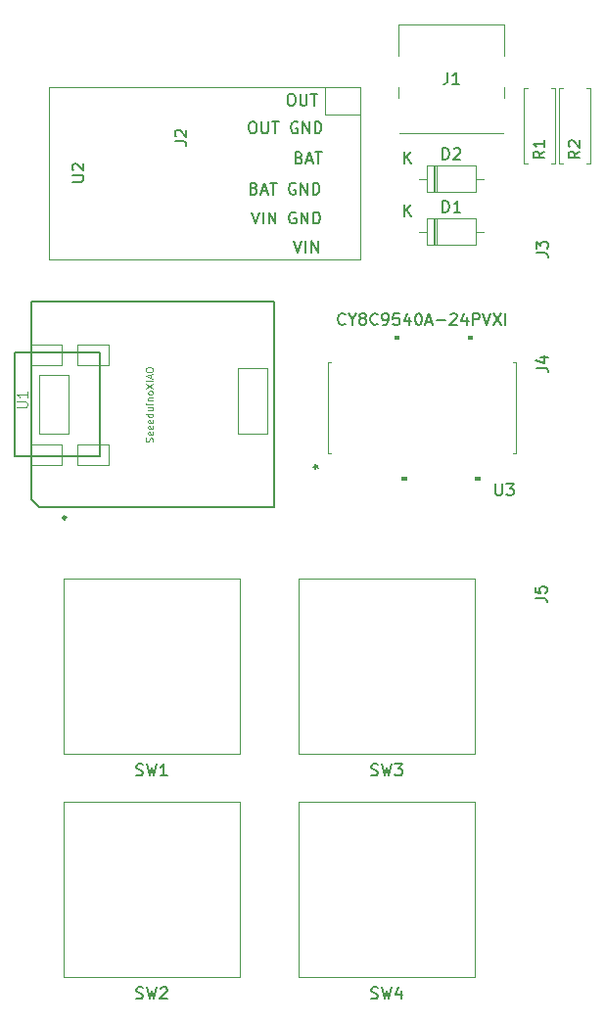
<source format=gbr>
%TF.GenerationSoftware,KiCad,Pcbnew,(6.0.1)*%
%TF.CreationDate,2022-02-21T12:46:14-05:00*%
%TF.ProjectId,InductorSchem,496e6475-6374-46f7-9253-6368656d2e6b,1*%
%TF.SameCoordinates,Original*%
%TF.FileFunction,Legend,Top*%
%TF.FilePolarity,Positive*%
%FSLAX46Y46*%
G04 Gerber Fmt 4.6, Leading zero omitted, Abs format (unit mm)*
G04 Created by KiCad (PCBNEW (6.0.1)) date 2022-02-21 12:46:14*
%MOMM*%
%LPD*%
G01*
G04 APERTURE LIST*
%ADD10C,0.150000*%
%ADD11C,0.101600*%
%ADD12C,0.076200*%
%ADD13C,0.120000*%
%ADD14C,0.066040*%
%ADD15C,0.127000*%
%ADD16C,0.254000*%
%ADD17C,0.100000*%
G04 APERTURE END LIST*
D10*
%TO.C,U2*%
X124686380Y-65788821D02*
X125495904Y-65788821D01*
X125591142Y-65741202D01*
X125638761Y-65693583D01*
X125686380Y-65598345D01*
X125686380Y-65407869D01*
X125638761Y-65312631D01*
X125591142Y-65265012D01*
X125495904Y-65217393D01*
X124686380Y-65217393D01*
X124781619Y-64788821D02*
X124734000Y-64741202D01*
X124686380Y-64645964D01*
X124686380Y-64407869D01*
X124734000Y-64312631D01*
X124781619Y-64265012D01*
X124876857Y-64217393D01*
X124972095Y-64217393D01*
X125114952Y-64265012D01*
X125686380Y-64836440D01*
X125686380Y-64217393D01*
X140421512Y-66365825D02*
X140564370Y-66413444D01*
X140611989Y-66461063D01*
X140659608Y-66556301D01*
X140659608Y-66699158D01*
X140611989Y-66794396D01*
X140564370Y-66842015D01*
X140469131Y-66889634D01*
X140088179Y-66889634D01*
X140088179Y-65889634D01*
X140421512Y-65889634D01*
X140516750Y-65937254D01*
X140564370Y-65984873D01*
X140611989Y-66080111D01*
X140611989Y-66175349D01*
X140564370Y-66270587D01*
X140516750Y-66318206D01*
X140421512Y-66365825D01*
X140088179Y-66365825D01*
X141040560Y-66603920D02*
X141516750Y-66603920D01*
X140945322Y-66889634D02*
X141278655Y-65889634D01*
X141611989Y-66889634D01*
X141802465Y-65889634D02*
X142373893Y-65889634D01*
X142088179Y-66889634D02*
X142088179Y-65889634D01*
X143992941Y-65937254D02*
X143897703Y-65889634D01*
X143754846Y-65889634D01*
X143611989Y-65937254D01*
X143516750Y-66032492D01*
X143469131Y-66127730D01*
X143421512Y-66318206D01*
X143421512Y-66461063D01*
X143469131Y-66651539D01*
X143516750Y-66746777D01*
X143611989Y-66842015D01*
X143754846Y-66889634D01*
X143850084Y-66889634D01*
X143992941Y-66842015D01*
X144040560Y-66794396D01*
X144040560Y-66461063D01*
X143850084Y-66461063D01*
X144469131Y-66889634D02*
X144469131Y-65889634D01*
X145040560Y-66889634D01*
X145040560Y-65889634D01*
X145516750Y-66889634D02*
X145516750Y-65889634D01*
X145754846Y-65889634D01*
X145897703Y-65937254D01*
X145992941Y-66032492D01*
X146040560Y-66127730D01*
X146088179Y-66318206D01*
X146088179Y-66461063D01*
X146040560Y-66651539D01*
X145992941Y-66746777D01*
X145897703Y-66842015D01*
X145754846Y-66889634D01*
X145516750Y-66889634D01*
X143546617Y-58190437D02*
X143737093Y-58190437D01*
X143832331Y-58238057D01*
X143927569Y-58333295D01*
X143975188Y-58523771D01*
X143975188Y-58857104D01*
X143927569Y-59047580D01*
X143832331Y-59142818D01*
X143737093Y-59190437D01*
X143546617Y-59190437D01*
X143451378Y-59142818D01*
X143356140Y-59047580D01*
X143308521Y-58857104D01*
X143308521Y-58523771D01*
X143356140Y-58333295D01*
X143451378Y-58238057D01*
X143546617Y-58190437D01*
X144403759Y-58190437D02*
X144403759Y-58999961D01*
X144451378Y-59095199D01*
X144498997Y-59142818D01*
X144594236Y-59190437D01*
X144784712Y-59190437D01*
X144879950Y-59142818D01*
X144927569Y-59095199D01*
X144975188Y-58999961D01*
X144975188Y-58190437D01*
X145308521Y-58190437D02*
X145879950Y-58190437D01*
X145594236Y-59190437D02*
X145594236Y-58190437D01*
X144312213Y-63703547D02*
X144455070Y-63751166D01*
X144502689Y-63798785D01*
X144550309Y-63894023D01*
X144550309Y-64036880D01*
X144502689Y-64132118D01*
X144455070Y-64179737D01*
X144359832Y-64227356D01*
X143978880Y-64227356D01*
X143978880Y-63227356D01*
X144312213Y-63227356D01*
X144407451Y-63274976D01*
X144455070Y-63322595D01*
X144502689Y-63417833D01*
X144502689Y-63513071D01*
X144455070Y-63608309D01*
X144407451Y-63655928D01*
X144312213Y-63703547D01*
X143978880Y-63703547D01*
X144931261Y-63941642D02*
X145407451Y-63941642D01*
X144836023Y-64227356D02*
X145169356Y-63227356D01*
X145502689Y-64227356D01*
X145693166Y-63227356D02*
X146264594Y-63227356D01*
X145978880Y-64227356D02*
X145978880Y-63227356D01*
X140215477Y-68408093D02*
X140548810Y-69408093D01*
X140882143Y-68408093D01*
X141215477Y-69408093D02*
X141215477Y-68408093D01*
X141691667Y-69408093D02*
X141691667Y-68408093D01*
X142263096Y-69408093D01*
X142263096Y-68408093D01*
X144025000Y-68455713D02*
X143929762Y-68408093D01*
X143786905Y-68408093D01*
X143644048Y-68455713D01*
X143548810Y-68550951D01*
X143501191Y-68646189D01*
X143453572Y-68836665D01*
X143453572Y-68979522D01*
X143501191Y-69169998D01*
X143548810Y-69265236D01*
X143644048Y-69360474D01*
X143786905Y-69408093D01*
X143882143Y-69408093D01*
X144025000Y-69360474D01*
X144072619Y-69312855D01*
X144072619Y-68979522D01*
X143882143Y-68979522D01*
X144501191Y-69408093D02*
X144501191Y-68408093D01*
X145072619Y-69408093D01*
X145072619Y-68408093D01*
X145548810Y-69408093D02*
X145548810Y-68408093D01*
X145786905Y-68408093D01*
X145929762Y-68455713D01*
X146025000Y-68550951D01*
X146072619Y-68646189D01*
X146120238Y-68836665D01*
X146120238Y-68979522D01*
X146072619Y-69169998D01*
X146025000Y-69265236D01*
X145929762Y-69360474D01*
X145786905Y-69408093D01*
X145548810Y-69408093D01*
X143883160Y-70926552D02*
X144216494Y-71926552D01*
X144549827Y-70926552D01*
X144883160Y-71926552D02*
X144883160Y-70926552D01*
X145359351Y-71926552D02*
X145359351Y-70926552D01*
X145930779Y-71926552D01*
X145930779Y-70926552D01*
X140209977Y-60600870D02*
X140400453Y-60600870D01*
X140495691Y-60648490D01*
X140590929Y-60743728D01*
X140638548Y-60934204D01*
X140638548Y-61267537D01*
X140590929Y-61458013D01*
X140495691Y-61553251D01*
X140400453Y-61600870D01*
X140209977Y-61600870D01*
X140114739Y-61553251D01*
X140019500Y-61458013D01*
X139971881Y-61267537D01*
X139971881Y-60934204D01*
X140019500Y-60743728D01*
X140114739Y-60648490D01*
X140209977Y-60600870D01*
X141067119Y-60600870D02*
X141067119Y-61410394D01*
X141114739Y-61505632D01*
X141162358Y-61553251D01*
X141257596Y-61600870D01*
X141448072Y-61600870D01*
X141543310Y-61553251D01*
X141590929Y-61505632D01*
X141638548Y-61410394D01*
X141638548Y-60600870D01*
X141971881Y-60600870D02*
X142543310Y-60600870D01*
X142257596Y-61600870D02*
X142257596Y-60600870D01*
X144162358Y-60648490D02*
X144067119Y-60600870D01*
X143924262Y-60600870D01*
X143781405Y-60648490D01*
X143686167Y-60743728D01*
X143638548Y-60838966D01*
X143590929Y-61029442D01*
X143590929Y-61172299D01*
X143638548Y-61362775D01*
X143686167Y-61458013D01*
X143781405Y-61553251D01*
X143924262Y-61600870D01*
X144019500Y-61600870D01*
X144162358Y-61553251D01*
X144209977Y-61505632D01*
X144209977Y-61172299D01*
X144019500Y-61172299D01*
X144638548Y-61600870D02*
X144638548Y-60600870D01*
X145209977Y-61600870D01*
X145209977Y-60600870D01*
X145686167Y-61600870D02*
X145686167Y-60600870D01*
X145924262Y-60600870D01*
X146067119Y-60648490D01*
X146162358Y-60743728D01*
X146209977Y-60838966D01*
X146257596Y-61029442D01*
X146257596Y-61172299D01*
X146209977Y-61362775D01*
X146162358Y-61458013D01*
X146067119Y-61553251D01*
X145924262Y-61600870D01*
X145686167Y-61600870D01*
D11*
%TO.C,U1*%
X119914976Y-85301243D02*
X120634643Y-85301243D01*
X120719310Y-85258910D01*
X120761643Y-85216576D01*
X120803976Y-85131910D01*
X120803976Y-84962576D01*
X120761643Y-84877910D01*
X120719310Y-84835576D01*
X120634643Y-84793243D01*
X119914976Y-84793243D01*
X120803976Y-83904243D02*
X120803976Y-84412243D01*
X120803976Y-84158243D02*
X119914976Y-84158243D01*
X120041976Y-84242910D01*
X120126643Y-84327576D01*
X120168976Y-84412243D01*
D12*
X131634052Y-88290581D02*
X131663081Y-88203495D01*
X131663081Y-88058352D01*
X131634052Y-88000295D01*
X131605024Y-87971267D01*
X131546967Y-87942238D01*
X131488910Y-87942238D01*
X131430852Y-87971267D01*
X131401824Y-88000295D01*
X131372795Y-88058352D01*
X131343767Y-88174467D01*
X131314738Y-88232524D01*
X131285710Y-88261552D01*
X131227652Y-88290581D01*
X131169595Y-88290581D01*
X131111538Y-88261552D01*
X131082510Y-88232524D01*
X131053481Y-88174467D01*
X131053481Y-88029324D01*
X131082510Y-87942238D01*
X131634052Y-87448752D02*
X131663081Y-87506810D01*
X131663081Y-87622924D01*
X131634052Y-87680981D01*
X131575995Y-87710010D01*
X131343767Y-87710010D01*
X131285710Y-87680981D01*
X131256681Y-87622924D01*
X131256681Y-87506810D01*
X131285710Y-87448752D01*
X131343767Y-87419724D01*
X131401824Y-87419724D01*
X131459881Y-87710010D01*
X131634052Y-86926238D02*
X131663081Y-86984295D01*
X131663081Y-87100410D01*
X131634052Y-87158467D01*
X131575995Y-87187495D01*
X131343767Y-87187495D01*
X131285710Y-87158467D01*
X131256681Y-87100410D01*
X131256681Y-86984295D01*
X131285710Y-86926238D01*
X131343767Y-86897210D01*
X131401824Y-86897210D01*
X131459881Y-87187495D01*
X131634052Y-86403724D02*
X131663081Y-86461781D01*
X131663081Y-86577895D01*
X131634052Y-86635952D01*
X131575995Y-86664981D01*
X131343767Y-86664981D01*
X131285710Y-86635952D01*
X131256681Y-86577895D01*
X131256681Y-86461781D01*
X131285710Y-86403724D01*
X131343767Y-86374695D01*
X131401824Y-86374695D01*
X131459881Y-86664981D01*
X131663081Y-85852181D02*
X131053481Y-85852181D01*
X131634052Y-85852181D02*
X131663081Y-85910238D01*
X131663081Y-86026352D01*
X131634052Y-86084410D01*
X131605024Y-86113438D01*
X131546967Y-86142467D01*
X131372795Y-86142467D01*
X131314738Y-86113438D01*
X131285710Y-86084410D01*
X131256681Y-86026352D01*
X131256681Y-85910238D01*
X131285710Y-85852181D01*
X131256681Y-85300638D02*
X131663081Y-85300638D01*
X131256681Y-85561895D02*
X131575995Y-85561895D01*
X131634052Y-85532867D01*
X131663081Y-85474810D01*
X131663081Y-85387724D01*
X131634052Y-85329667D01*
X131605024Y-85300638D01*
X131663081Y-85010352D02*
X131256681Y-85010352D01*
X131053481Y-85010352D02*
X131082510Y-85039381D01*
X131111538Y-85010352D01*
X131082510Y-84981324D01*
X131053481Y-85010352D01*
X131111538Y-85010352D01*
X131256681Y-84720067D02*
X131663081Y-84720067D01*
X131314738Y-84720067D02*
X131285710Y-84691038D01*
X131256681Y-84632981D01*
X131256681Y-84545895D01*
X131285710Y-84487838D01*
X131343767Y-84458810D01*
X131663081Y-84458810D01*
X131663081Y-84081438D02*
X131634052Y-84139495D01*
X131605024Y-84168524D01*
X131546967Y-84197552D01*
X131372795Y-84197552D01*
X131314738Y-84168524D01*
X131285710Y-84139495D01*
X131256681Y-84081438D01*
X131256681Y-83994352D01*
X131285710Y-83936295D01*
X131314738Y-83907267D01*
X131372795Y-83878238D01*
X131546967Y-83878238D01*
X131605024Y-83907267D01*
X131634052Y-83936295D01*
X131663081Y-83994352D01*
X131663081Y-84081438D01*
X131053481Y-83675038D02*
X131663081Y-83268638D01*
X131053481Y-83268638D02*
X131663081Y-83675038D01*
X131663081Y-83036410D02*
X131053481Y-83036410D01*
X131488910Y-82775152D02*
X131488910Y-82484867D01*
X131663081Y-82833210D02*
X131053481Y-82630010D01*
X131663081Y-82426810D01*
X131053481Y-82107495D02*
X131053481Y-81991381D01*
X131082510Y-81933324D01*
X131140567Y-81875267D01*
X131256681Y-81846238D01*
X131459881Y-81846238D01*
X131575995Y-81875267D01*
X131634052Y-81933324D01*
X131663081Y-81991381D01*
X131663081Y-82107495D01*
X131634052Y-82165552D01*
X131575995Y-82223610D01*
X131459881Y-82252638D01*
X131256681Y-82252638D01*
X131140567Y-82223610D01*
X131082510Y-82165552D01*
X131053481Y-82107495D01*
D10*
%TO.C,U3*%
X161290095Y-91908380D02*
X161290095Y-92717904D01*
X161337714Y-92813142D01*
X161385333Y-92860761D01*
X161480571Y-92908380D01*
X161671047Y-92908380D01*
X161766285Y-92860761D01*
X161813904Y-92813142D01*
X161861523Y-92717904D01*
X161861523Y-91908380D01*
X162242476Y-91908380D02*
X162861523Y-91908380D01*
X162528190Y-92289333D01*
X162671047Y-92289333D01*
X162766285Y-92336952D01*
X162813904Y-92384571D01*
X162861523Y-92479809D01*
X162861523Y-92717904D01*
X162813904Y-92813142D01*
X162766285Y-92860761D01*
X162671047Y-92908380D01*
X162385333Y-92908380D01*
X162290095Y-92860761D01*
X162242476Y-92813142D01*
X148297142Y-78081142D02*
X148249523Y-78128761D01*
X148106666Y-78176380D01*
X148011428Y-78176380D01*
X147868571Y-78128761D01*
X147773333Y-78033523D01*
X147725714Y-77938285D01*
X147678095Y-77747809D01*
X147678095Y-77604952D01*
X147725714Y-77414476D01*
X147773333Y-77319238D01*
X147868571Y-77224000D01*
X148011428Y-77176380D01*
X148106666Y-77176380D01*
X148249523Y-77224000D01*
X148297142Y-77271619D01*
X148916190Y-77700190D02*
X148916190Y-78176380D01*
X148582857Y-77176380D02*
X148916190Y-77700190D01*
X149249523Y-77176380D01*
X149725714Y-77604952D02*
X149630476Y-77557333D01*
X149582857Y-77509714D01*
X149535238Y-77414476D01*
X149535238Y-77366857D01*
X149582857Y-77271619D01*
X149630476Y-77224000D01*
X149725714Y-77176380D01*
X149916190Y-77176380D01*
X150011428Y-77224000D01*
X150059047Y-77271619D01*
X150106666Y-77366857D01*
X150106666Y-77414476D01*
X150059047Y-77509714D01*
X150011428Y-77557333D01*
X149916190Y-77604952D01*
X149725714Y-77604952D01*
X149630476Y-77652571D01*
X149582857Y-77700190D01*
X149535238Y-77795428D01*
X149535238Y-77985904D01*
X149582857Y-78081142D01*
X149630476Y-78128761D01*
X149725714Y-78176380D01*
X149916190Y-78176380D01*
X150011428Y-78128761D01*
X150059047Y-78081142D01*
X150106666Y-77985904D01*
X150106666Y-77795428D01*
X150059047Y-77700190D01*
X150011428Y-77652571D01*
X149916190Y-77604952D01*
X151106666Y-78081142D02*
X151059047Y-78128761D01*
X150916190Y-78176380D01*
X150820952Y-78176380D01*
X150678095Y-78128761D01*
X150582857Y-78033523D01*
X150535238Y-77938285D01*
X150487619Y-77747809D01*
X150487619Y-77604952D01*
X150535238Y-77414476D01*
X150582857Y-77319238D01*
X150678095Y-77224000D01*
X150820952Y-77176380D01*
X150916190Y-77176380D01*
X151059047Y-77224000D01*
X151106666Y-77271619D01*
X151582857Y-78176380D02*
X151773333Y-78176380D01*
X151868571Y-78128761D01*
X151916190Y-78081142D01*
X152011428Y-77938285D01*
X152059047Y-77747809D01*
X152059047Y-77366857D01*
X152011428Y-77271619D01*
X151963809Y-77224000D01*
X151868571Y-77176380D01*
X151678095Y-77176380D01*
X151582857Y-77224000D01*
X151535238Y-77271619D01*
X151487619Y-77366857D01*
X151487619Y-77604952D01*
X151535238Y-77700190D01*
X151582857Y-77747809D01*
X151678095Y-77795428D01*
X151868571Y-77795428D01*
X151963809Y-77747809D01*
X152011428Y-77700190D01*
X152059047Y-77604952D01*
X152963809Y-77176380D02*
X152487619Y-77176380D01*
X152440000Y-77652571D01*
X152487619Y-77604952D01*
X152582857Y-77557333D01*
X152820952Y-77557333D01*
X152916190Y-77604952D01*
X152963809Y-77652571D01*
X153011428Y-77747809D01*
X153011428Y-77985904D01*
X152963809Y-78081142D01*
X152916190Y-78128761D01*
X152820952Y-78176380D01*
X152582857Y-78176380D01*
X152487619Y-78128761D01*
X152440000Y-78081142D01*
X153868571Y-77509714D02*
X153868571Y-78176380D01*
X153630476Y-77128761D02*
X153392380Y-77843047D01*
X154011428Y-77843047D01*
X154582857Y-77176380D02*
X154678095Y-77176380D01*
X154773333Y-77224000D01*
X154820952Y-77271619D01*
X154868571Y-77366857D01*
X154916190Y-77557333D01*
X154916190Y-77795428D01*
X154868571Y-77985904D01*
X154820952Y-78081142D01*
X154773333Y-78128761D01*
X154678095Y-78176380D01*
X154582857Y-78176380D01*
X154487619Y-78128761D01*
X154440000Y-78081142D01*
X154392380Y-77985904D01*
X154344761Y-77795428D01*
X154344761Y-77557333D01*
X154392380Y-77366857D01*
X154440000Y-77271619D01*
X154487619Y-77224000D01*
X154582857Y-77176380D01*
X155297142Y-77890666D02*
X155773333Y-77890666D01*
X155201904Y-78176380D02*
X155535238Y-77176380D01*
X155868571Y-78176380D01*
X156201904Y-77795428D02*
X156963809Y-77795428D01*
X157392380Y-77271619D02*
X157440000Y-77224000D01*
X157535238Y-77176380D01*
X157773333Y-77176380D01*
X157868571Y-77224000D01*
X157916190Y-77271619D01*
X157963809Y-77366857D01*
X157963809Y-77462095D01*
X157916190Y-77604952D01*
X157344761Y-78176380D01*
X157963809Y-78176380D01*
X158820952Y-77509714D02*
X158820952Y-78176380D01*
X158582857Y-77128761D02*
X158344761Y-77843047D01*
X158963809Y-77843047D01*
X159344761Y-78176380D02*
X159344761Y-77176380D01*
X159725714Y-77176380D01*
X159820952Y-77224000D01*
X159868571Y-77271619D01*
X159916190Y-77366857D01*
X159916190Y-77509714D01*
X159868571Y-77604952D01*
X159820952Y-77652571D01*
X159725714Y-77700190D01*
X159344761Y-77700190D01*
X160201904Y-77176380D02*
X160535238Y-78176380D01*
X160868571Y-77176380D01*
X161106666Y-77176380D02*
X161773333Y-78176380D01*
X161773333Y-77176380D02*
X161106666Y-78176380D01*
X162154285Y-78176380D02*
X162154285Y-77176380D01*
X145541280Y-90424000D02*
X145779376Y-90424000D01*
X145684138Y-90662095D02*
X145779376Y-90424000D01*
X145684138Y-90185904D01*
X145969852Y-90566857D02*
X145779376Y-90424000D01*
X145969852Y-90281142D01*
%TO.C,J5*%
X164742380Y-101793333D02*
X165456666Y-101793333D01*
X165599523Y-101840952D01*
X165694761Y-101936190D01*
X165742380Y-102079047D01*
X165742380Y-102174285D01*
X164742380Y-100840952D02*
X164742380Y-101317142D01*
X165218571Y-101364761D01*
X165170952Y-101317142D01*
X165123333Y-101221904D01*
X165123333Y-100983809D01*
X165170952Y-100888571D01*
X165218571Y-100840952D01*
X165313809Y-100793333D01*
X165551904Y-100793333D01*
X165647142Y-100840952D01*
X165694761Y-100888571D01*
X165742380Y-100983809D01*
X165742380Y-101221904D01*
X165694761Y-101317142D01*
X165647142Y-101364761D01*
%TO.C,J1*%
X157146666Y-56348380D02*
X157146666Y-57062666D01*
X157099047Y-57205523D01*
X157003809Y-57300761D01*
X156860952Y-57348380D01*
X156765714Y-57348380D01*
X158146666Y-57348380D02*
X157575238Y-57348380D01*
X157860952Y-57348380D02*
X157860952Y-56348380D01*
X157765714Y-56491238D01*
X157670476Y-56586476D01*
X157575238Y-56634095D01*
%TO.C,D1*%
X156741904Y-68436380D02*
X156741904Y-67436380D01*
X156980000Y-67436380D01*
X157122857Y-67484000D01*
X157218095Y-67579238D01*
X157265714Y-67674476D01*
X157313333Y-67864952D01*
X157313333Y-68007809D01*
X157265714Y-68198285D01*
X157218095Y-68293523D01*
X157122857Y-68388761D01*
X156980000Y-68436380D01*
X156741904Y-68436380D01*
X158265714Y-68436380D02*
X157694285Y-68436380D01*
X157980000Y-68436380D02*
X157980000Y-67436380D01*
X157884761Y-67579238D01*
X157789523Y-67674476D01*
X157694285Y-67722095D01*
X153408095Y-68756380D02*
X153408095Y-67756380D01*
X153979523Y-68756380D02*
X153550952Y-68184952D01*
X153979523Y-67756380D02*
X153408095Y-68327809D01*
%TO.C,J3*%
X164842380Y-71961333D02*
X165556666Y-71961333D01*
X165699523Y-72008952D01*
X165794761Y-72104190D01*
X165842380Y-72247047D01*
X165842380Y-72342285D01*
X164842380Y-71580380D02*
X164842380Y-70961333D01*
X165223333Y-71294666D01*
X165223333Y-71151809D01*
X165270952Y-71056571D01*
X165318571Y-71008952D01*
X165413809Y-70961333D01*
X165651904Y-70961333D01*
X165747142Y-71008952D01*
X165794761Y-71056571D01*
X165842380Y-71151809D01*
X165842380Y-71437523D01*
X165794761Y-71532761D01*
X165747142Y-71580380D01*
%TO.C,R2*%
X168600380Y-63158666D02*
X168124190Y-63492000D01*
X168600380Y-63730095D02*
X167600380Y-63730095D01*
X167600380Y-63349142D01*
X167648000Y-63253904D01*
X167695619Y-63206285D01*
X167790857Y-63158666D01*
X167933714Y-63158666D01*
X168028952Y-63206285D01*
X168076571Y-63253904D01*
X168124190Y-63349142D01*
X168124190Y-63730095D01*
X167695619Y-62777714D02*
X167648000Y-62730095D01*
X167600380Y-62634857D01*
X167600380Y-62396761D01*
X167648000Y-62301523D01*
X167695619Y-62253904D01*
X167790857Y-62206285D01*
X167886095Y-62206285D01*
X168028952Y-62253904D01*
X168600380Y-62825333D01*
X168600380Y-62206285D01*
%TO.C,D2*%
X156741904Y-63864380D02*
X156741904Y-62864380D01*
X156980000Y-62864380D01*
X157122857Y-62912000D01*
X157218095Y-63007238D01*
X157265714Y-63102476D01*
X157313333Y-63292952D01*
X157313333Y-63435809D01*
X157265714Y-63626285D01*
X157218095Y-63721523D01*
X157122857Y-63816761D01*
X156980000Y-63864380D01*
X156741904Y-63864380D01*
X157694285Y-62959619D02*
X157741904Y-62912000D01*
X157837142Y-62864380D01*
X158075238Y-62864380D01*
X158170476Y-62912000D01*
X158218095Y-62959619D01*
X158265714Y-63054857D01*
X158265714Y-63150095D01*
X158218095Y-63292952D01*
X157646666Y-63864380D01*
X158265714Y-63864380D01*
X153408095Y-64184380D02*
X153408095Y-63184380D01*
X153979523Y-64184380D02*
X153550952Y-63612952D01*
X153979523Y-63184380D02*
X153408095Y-63755809D01*
%TO.C,SW4*%
X150558666Y-136404761D02*
X150701523Y-136452380D01*
X150939619Y-136452380D01*
X151034857Y-136404761D01*
X151082476Y-136357142D01*
X151130095Y-136261904D01*
X151130095Y-136166666D01*
X151082476Y-136071428D01*
X151034857Y-136023809D01*
X150939619Y-135976190D01*
X150749142Y-135928571D01*
X150653904Y-135880952D01*
X150606285Y-135833333D01*
X150558666Y-135738095D01*
X150558666Y-135642857D01*
X150606285Y-135547619D01*
X150653904Y-135500000D01*
X150749142Y-135452380D01*
X150987238Y-135452380D01*
X151130095Y-135500000D01*
X151463428Y-135452380D02*
X151701523Y-136452380D01*
X151892000Y-135738095D01*
X152082476Y-136452380D01*
X152320571Y-135452380D01*
X153130095Y-135785714D02*
X153130095Y-136452380D01*
X152892000Y-135404761D02*
X152653904Y-136119047D01*
X153272952Y-136119047D01*
%TO.C,J4*%
X164842380Y-81881333D02*
X165556666Y-81881333D01*
X165699523Y-81928952D01*
X165794761Y-82024190D01*
X165842380Y-82167047D01*
X165842380Y-82262285D01*
X165175714Y-80976571D02*
X165842380Y-80976571D01*
X164794761Y-81214666D02*
X165509047Y-81452761D01*
X165509047Y-80833714D01*
%TO.C,J2*%
X133564380Y-62309333D02*
X134278666Y-62309333D01*
X134421523Y-62356952D01*
X134516761Y-62452190D01*
X134564380Y-62595047D01*
X134564380Y-62690285D01*
X133659619Y-61880761D02*
X133612000Y-61833142D01*
X133564380Y-61737904D01*
X133564380Y-61499809D01*
X133612000Y-61404571D01*
X133659619Y-61356952D01*
X133754857Y-61309333D01*
X133850095Y-61309333D01*
X133992952Y-61356952D01*
X134564380Y-61928380D01*
X134564380Y-61309333D01*
%TO.C,SW3*%
X150558666Y-117100761D02*
X150701523Y-117148380D01*
X150939619Y-117148380D01*
X151034857Y-117100761D01*
X151082476Y-117053142D01*
X151130095Y-116957904D01*
X151130095Y-116862666D01*
X151082476Y-116767428D01*
X151034857Y-116719809D01*
X150939619Y-116672190D01*
X150749142Y-116624571D01*
X150653904Y-116576952D01*
X150606285Y-116529333D01*
X150558666Y-116434095D01*
X150558666Y-116338857D01*
X150606285Y-116243619D01*
X150653904Y-116196000D01*
X150749142Y-116148380D01*
X150987238Y-116148380D01*
X151130095Y-116196000D01*
X151463428Y-116148380D02*
X151701523Y-117148380D01*
X151892000Y-116434095D01*
X152082476Y-117148380D01*
X152320571Y-116148380D01*
X152606285Y-116148380D02*
X153225333Y-116148380D01*
X152892000Y-116529333D01*
X153034857Y-116529333D01*
X153130095Y-116576952D01*
X153177714Y-116624571D01*
X153225333Y-116719809D01*
X153225333Y-116957904D01*
X153177714Y-117053142D01*
X153130095Y-117100761D01*
X153034857Y-117148380D01*
X152749142Y-117148380D01*
X152653904Y-117100761D01*
X152606285Y-117053142D01*
%TO.C,SW1*%
X130238666Y-117100761D02*
X130381523Y-117148380D01*
X130619619Y-117148380D01*
X130714857Y-117100761D01*
X130762476Y-117053142D01*
X130810095Y-116957904D01*
X130810095Y-116862666D01*
X130762476Y-116767428D01*
X130714857Y-116719809D01*
X130619619Y-116672190D01*
X130429142Y-116624571D01*
X130333904Y-116576952D01*
X130286285Y-116529333D01*
X130238666Y-116434095D01*
X130238666Y-116338857D01*
X130286285Y-116243619D01*
X130333904Y-116196000D01*
X130429142Y-116148380D01*
X130667238Y-116148380D01*
X130810095Y-116196000D01*
X131143428Y-116148380D02*
X131381523Y-117148380D01*
X131572000Y-116434095D01*
X131762476Y-117148380D01*
X132000571Y-116148380D01*
X132905333Y-117148380D02*
X132333904Y-117148380D01*
X132619619Y-117148380D02*
X132619619Y-116148380D01*
X132524380Y-116291238D01*
X132429142Y-116386476D01*
X132333904Y-116434095D01*
%TO.C,SW2*%
X130238666Y-136404761D02*
X130381523Y-136452380D01*
X130619619Y-136452380D01*
X130714857Y-136404761D01*
X130762476Y-136357142D01*
X130810095Y-136261904D01*
X130810095Y-136166666D01*
X130762476Y-136071428D01*
X130714857Y-136023809D01*
X130619619Y-135976190D01*
X130429142Y-135928571D01*
X130333904Y-135880952D01*
X130286285Y-135833333D01*
X130238666Y-135738095D01*
X130238666Y-135642857D01*
X130286285Y-135547619D01*
X130333904Y-135500000D01*
X130429142Y-135452380D01*
X130667238Y-135452380D01*
X130810095Y-135500000D01*
X131143428Y-135452380D02*
X131381523Y-136452380D01*
X131572000Y-135738095D01*
X131762476Y-136452380D01*
X132000571Y-135452380D01*
X132333904Y-135547619D02*
X132381523Y-135500000D01*
X132476761Y-135452380D01*
X132714857Y-135452380D01*
X132810095Y-135500000D01*
X132857714Y-135547619D01*
X132905333Y-135642857D01*
X132905333Y-135738095D01*
X132857714Y-135880952D01*
X132286285Y-136452380D01*
X132905333Y-136452380D01*
%TO.C,R1*%
X165552380Y-63158666D02*
X165076190Y-63492000D01*
X165552380Y-63730095D02*
X164552380Y-63730095D01*
X164552380Y-63349142D01*
X164600000Y-63253904D01*
X164647619Y-63206285D01*
X164742857Y-63158666D01*
X164885714Y-63158666D01*
X164980952Y-63206285D01*
X165028571Y-63253904D01*
X165076190Y-63349142D01*
X165076190Y-63730095D01*
X165552380Y-62206285D02*
X165552380Y-62777714D01*
X165552380Y-62492000D02*
X164552380Y-62492000D01*
X164695238Y-62587238D01*
X164790476Y-62682476D01*
X164838095Y-62777714D01*
D13*
%TO.C,U2*%
X146594000Y-59946917D02*
X146598695Y-57571084D01*
X122694000Y-72476917D02*
X122694000Y-57576917D01*
X149594000Y-72476917D02*
X122694000Y-72476917D01*
X149594000Y-57576917D02*
X149594000Y-72476917D01*
X122694000Y-57576917D02*
X149594000Y-57576917D01*
X149594000Y-59946917D02*
X146594000Y-59946917D01*
D14*
%TO.C,U1*%
X139007310Y-87608410D02*
X139007310Y-81893410D01*
D15*
X121854690Y-93958410D02*
X142182310Y-93958410D01*
D14*
X123767310Y-81639410D02*
X123767310Y-79861410D01*
X125164310Y-90275410D02*
X125164310Y-88497410D01*
X127833850Y-90275410D02*
X127833850Y-88497410D01*
X121862310Y-87608410D02*
X121862310Y-82528410D01*
D15*
X127112490Y-80564990D02*
X127112490Y-89564210D01*
D14*
X124402310Y-82528410D02*
X121862310Y-82528410D01*
X121100310Y-90275410D02*
X121100310Y-88497410D01*
X127833850Y-79861410D02*
X125164310Y-79861410D01*
X124402310Y-87608410D02*
X121862310Y-87608410D01*
X123767310Y-90275410D02*
X123767310Y-88497410D01*
X127833850Y-90275410D02*
X125164310Y-90275410D01*
X121100310Y-81639410D02*
X121100310Y-79861410D01*
X123767310Y-88497410D02*
X121100310Y-88497410D01*
D15*
X142182310Y-76160630D02*
X121184130Y-76160630D01*
D14*
X141547310Y-87608410D02*
X139007310Y-87608410D01*
X123767310Y-90275410D02*
X121100310Y-90275410D01*
D15*
X142182310Y-93958410D02*
X142182310Y-76160630D01*
X121184130Y-93287850D02*
X121854690Y-93958410D01*
X119759190Y-80564990D02*
X127112490Y-80564990D01*
D14*
X127833850Y-88497410D02*
X125164310Y-88497410D01*
X141547310Y-81893410D02*
X139007310Y-81893410D01*
X124402310Y-87608410D02*
X124402310Y-82528410D01*
X123767310Y-81639410D02*
X121100310Y-81639410D01*
D15*
X127112490Y-89564210D02*
X119759190Y-89564210D01*
X121184130Y-76160630D02*
X121184130Y-93287850D01*
D14*
X125164310Y-81639410D02*
X125164310Y-79861410D01*
D15*
X119759190Y-89559130D02*
X119759190Y-80564990D01*
D14*
X127833850Y-81639410D02*
X127833850Y-79861410D01*
X127833850Y-81639410D02*
X125164310Y-81639410D01*
X141547310Y-87608410D02*
X141547310Y-81893410D01*
X123767310Y-79861410D02*
X121100310Y-79861410D01*
D16*
X124148310Y-94847410D02*
G75*
G03*
X124148310Y-94847410I-127000J0D01*
G01*
D13*
%TO.C,U3*%
X146812000Y-81419700D02*
X146812000Y-89268300D01*
X147104842Y-81419700D02*
X146812000Y-81419700D01*
X146812000Y-89268300D02*
X147104842Y-89268300D01*
X163068000Y-89268300D02*
X163068000Y-81419700D01*
X163068000Y-81419700D02*
X162775158Y-81419700D01*
X162775158Y-89268300D02*
X163068000Y-89268300D01*
D17*
X153162000Y-91535999D02*
X153543000Y-91535999D01*
X153543000Y-91535999D02*
X153543000Y-91281999D01*
X153543000Y-91281999D02*
X153162000Y-91281999D01*
X153162000Y-91281999D02*
X153162000Y-91535999D01*
G36*
X153543000Y-91535999D02*
G01*
X153162000Y-91535999D01*
X153162000Y-91281999D01*
X153543000Y-91281999D01*
X153543000Y-91535999D01*
G37*
X153543000Y-91535999D02*
X153162000Y-91535999D01*
X153162000Y-91281999D01*
X153543000Y-91281999D01*
X153543000Y-91535999D01*
X152527000Y-79152001D02*
X152908000Y-79152001D01*
X152908000Y-79152001D02*
X152908000Y-79406001D01*
X152908000Y-79406001D02*
X152527000Y-79406001D01*
X152527000Y-79406001D02*
X152527000Y-79152001D01*
G36*
X152908000Y-79406001D02*
G01*
X152527000Y-79406001D01*
X152527000Y-79152001D01*
X152908000Y-79152001D01*
X152908000Y-79406001D01*
G37*
X152908000Y-79406001D02*
X152527000Y-79406001D01*
X152527000Y-79152001D01*
X152908000Y-79152001D01*
X152908000Y-79406001D01*
X159512000Y-91535999D02*
X159893000Y-91535999D01*
X159893000Y-91535999D02*
X159893000Y-91281999D01*
X159893000Y-91281999D02*
X159512000Y-91281999D01*
X159512000Y-91281999D02*
X159512000Y-91535999D01*
G36*
X159893000Y-91535999D02*
G01*
X159512000Y-91535999D01*
X159512000Y-91281999D01*
X159893000Y-91281999D01*
X159893000Y-91535999D01*
G37*
X159893000Y-91535999D02*
X159512000Y-91535999D01*
X159512000Y-91281999D01*
X159893000Y-91281999D01*
X159893000Y-91535999D01*
X158877000Y-79152001D02*
X159258000Y-79152001D01*
X159258000Y-79152001D02*
X159258000Y-79406001D01*
X159258000Y-79406001D02*
X158877000Y-79406001D01*
X158877000Y-79406001D02*
X158877000Y-79152001D01*
G36*
X159258000Y-79406001D02*
G01*
X158877000Y-79406001D01*
X158877000Y-79152001D01*
X159258000Y-79152001D01*
X159258000Y-79406001D01*
G37*
X159258000Y-79406001D02*
X158877000Y-79406001D01*
X158877000Y-79152001D01*
X159258000Y-79152001D01*
X159258000Y-79406001D01*
D13*
%TO.C,J1*%
X152885000Y-58521000D02*
X152885000Y-57621000D01*
X162075000Y-58521000D02*
X162075000Y-57621000D01*
X162075000Y-52191000D02*
X152885000Y-52191000D01*
X161955000Y-61601000D02*
X153005000Y-61601000D01*
X152885000Y-54921000D02*
X152885000Y-52191000D01*
X162075000Y-54921000D02*
X162075000Y-52191000D01*
%TO.C,D1*%
X159600000Y-68984000D02*
X155360000Y-68984000D01*
X155360000Y-68984000D02*
X155360000Y-71224000D01*
X156080000Y-68984000D02*
X156080000Y-71224000D01*
X154710000Y-70104000D02*
X155360000Y-70104000D01*
X155960000Y-68984000D02*
X155960000Y-71224000D01*
X156200000Y-68984000D02*
X156200000Y-71224000D01*
X155360000Y-71224000D02*
X159600000Y-71224000D01*
X160250000Y-70104000D02*
X159600000Y-70104000D01*
X159600000Y-71224000D02*
X159600000Y-68984000D01*
%TO.C,R2*%
X166778000Y-57690000D02*
X167108000Y-57690000D01*
X167108000Y-64230000D02*
X166778000Y-64230000D01*
X169518000Y-64230000D02*
X169518000Y-57690000D01*
X169188000Y-64230000D02*
X169518000Y-64230000D01*
X166778000Y-64230000D02*
X166778000Y-57690000D01*
X169518000Y-57690000D02*
X169188000Y-57690000D01*
%TO.C,D2*%
X155360000Y-66652000D02*
X159600000Y-66652000D01*
X155360000Y-64412000D02*
X155360000Y-66652000D01*
X159600000Y-66652000D02*
X159600000Y-64412000D01*
X156200000Y-64412000D02*
X156200000Y-66652000D01*
X156080000Y-64412000D02*
X156080000Y-66652000D01*
X154710000Y-65532000D02*
X155360000Y-65532000D01*
X159600000Y-64412000D02*
X155360000Y-64412000D01*
X155960000Y-64412000D02*
X155960000Y-66652000D01*
X160250000Y-65532000D02*
X159600000Y-65532000D01*
%TO.C,SW4*%
X159492000Y-134600000D02*
X159492000Y-119400000D01*
X144292000Y-134600000D02*
X159492000Y-134600000D01*
X159492000Y-119400000D02*
X144292000Y-119400000D01*
X144292000Y-119400000D02*
X144292000Y-134600000D01*
%TO.C,SW3*%
X144292000Y-115296000D02*
X159492000Y-115296000D01*
X159492000Y-115296000D02*
X159492000Y-100096000D01*
X159492000Y-100096000D02*
X144292000Y-100096000D01*
X144292000Y-100096000D02*
X144292000Y-115296000D01*
%TO.C,SW1*%
X123972000Y-115296000D02*
X139172000Y-115296000D01*
X139172000Y-100096000D02*
X123972000Y-100096000D01*
X139172000Y-115296000D02*
X139172000Y-100096000D01*
X123972000Y-100096000D02*
X123972000Y-115296000D01*
%TO.C,SW2*%
X123972000Y-119400000D02*
X123972000Y-134600000D01*
X139172000Y-119400000D02*
X123972000Y-119400000D01*
X123972000Y-134600000D02*
X139172000Y-134600000D01*
X139172000Y-134600000D02*
X139172000Y-119400000D01*
%TO.C,R1*%
X166470000Y-64230000D02*
X166470000Y-57690000D01*
X163730000Y-57690000D02*
X164060000Y-57690000D01*
X166140000Y-64230000D02*
X166470000Y-64230000D01*
X164060000Y-64230000D02*
X163730000Y-64230000D01*
X163730000Y-64230000D02*
X163730000Y-57690000D01*
X166470000Y-57690000D02*
X166140000Y-57690000D01*
%TD*%
M02*

</source>
